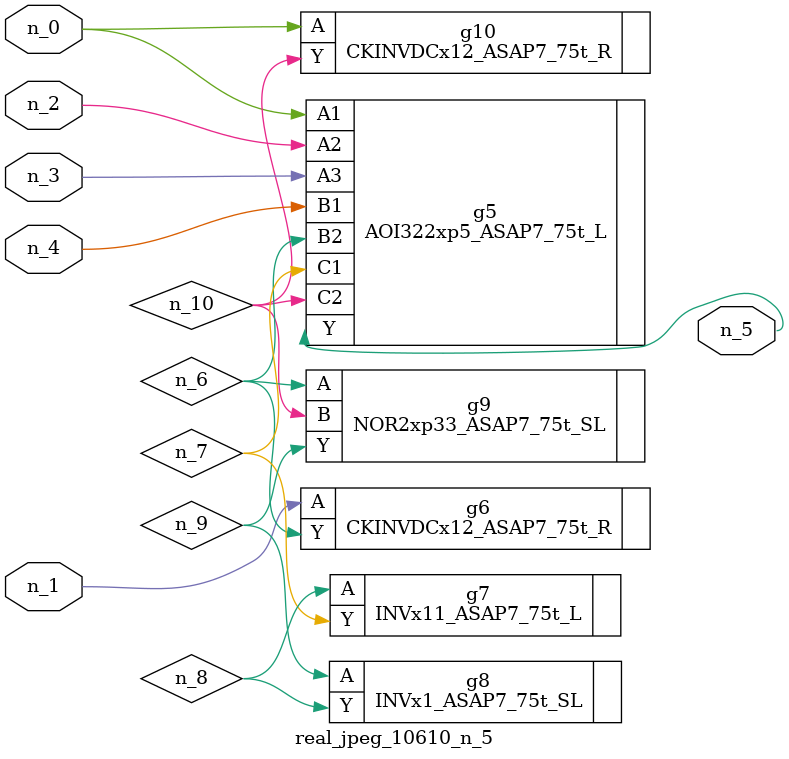
<source format=v>
module real_jpeg_10610_n_5 (n_4, n_0, n_1, n_2, n_3, n_5);

input n_4;
input n_0;
input n_1;
input n_2;
input n_3;

output n_5;

wire n_8;
wire n_6;
wire n_7;
wire n_10;
wire n_9;

AOI322xp5_ASAP7_75t_L g5 ( 
.A1(n_0),
.A2(n_2),
.A3(n_3),
.B1(n_4),
.B2(n_6),
.C1(n_7),
.C2(n_10),
.Y(n_5)
);

CKINVDCx12_ASAP7_75t_R g10 ( 
.A(n_0),
.Y(n_10)
);

CKINVDCx12_ASAP7_75t_R g6 ( 
.A(n_1),
.Y(n_6)
);

NOR2xp33_ASAP7_75t_SL g9 ( 
.A(n_6),
.B(n_10),
.Y(n_9)
);

INVx11_ASAP7_75t_L g7 ( 
.A(n_8),
.Y(n_7)
);

INVx1_ASAP7_75t_SL g8 ( 
.A(n_9),
.Y(n_8)
);


endmodule
</source>
